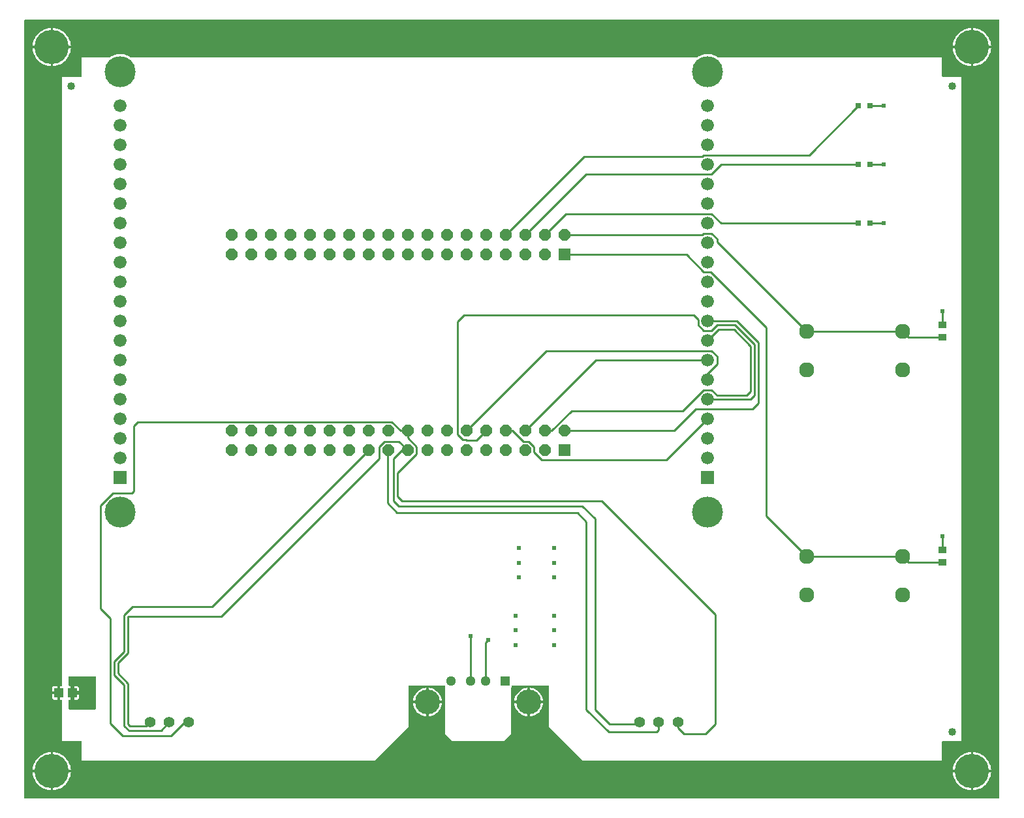
<source format=gbr>
G04 EAGLE Gerber RS-274X export*
G75*
%MOMM*%
%FSLAX34Y34*%
%LPD*%
%INTop Copper*%
%IPPOS*%
%AMOC8*
5,1,8,0,0,1.08239X$1,22.5*%
G01*
%ADD10R,1.288000X1.288000*%
%ADD11C,1.288000*%
%ADD12C,3.220000*%
%ADD13R,0.800000X0.800000*%
%ADD14C,1.400000*%
%ADD15C,1.960000*%
%ADD16R,1.031241X0.949959*%
%ADD17R,1.524000X1.524000*%
%ADD18P,1.649562X8X202.500000*%
%ADD19R,1.676400X1.676400*%
%ADD20C,1.676400*%
%ADD21C,4.016000*%
%ADD22C,4.445000*%
%ADD23C,1.016000*%
%ADD24R,1.143000X1.270000*%
%ADD25C,0.609600*%
%ADD26C,0.254000*%

G36*
X1267456Y1012718D02*
X1267456Y1012718D01*
X1267458Y1012737D01*
X1267436Y1012839D01*
X1267420Y1012941D01*
X1267410Y1012958D01*
X1267406Y1012978D01*
X1267353Y1013067D01*
X1267304Y1013158D01*
X1267290Y1013172D01*
X1267280Y1013189D01*
X1267201Y1013256D01*
X1267126Y1013328D01*
X1267108Y1013336D01*
X1267093Y1013349D01*
X1266997Y1013388D01*
X1266903Y1013431D01*
X1266883Y1013433D01*
X1266865Y1013441D01*
X1266698Y1013459D01*
X3302Y1013459D01*
X3282Y1013456D01*
X3263Y1013458D01*
X3161Y1013436D01*
X3059Y1013420D01*
X3042Y1013410D01*
X3022Y1013406D01*
X2933Y1013353D01*
X2842Y1013304D01*
X2828Y1013290D01*
X2811Y1013280D01*
X2744Y1013201D01*
X2672Y1013126D01*
X2664Y1013108D01*
X2651Y1013093D01*
X2612Y1012997D01*
X2569Y1012903D01*
X2567Y1012883D01*
X2559Y1012865D01*
X2541Y1012698D01*
X2541Y3302D01*
X2544Y3282D01*
X2542Y3263D01*
X2564Y3161D01*
X2580Y3059D01*
X2590Y3042D01*
X2594Y3022D01*
X2647Y2933D01*
X2696Y2842D01*
X2710Y2828D01*
X2720Y2811D01*
X2799Y2744D01*
X2874Y2672D01*
X2892Y2664D01*
X2907Y2651D01*
X3003Y2612D01*
X3097Y2569D01*
X3117Y2567D01*
X3135Y2559D01*
X3302Y2541D01*
X1266698Y2541D01*
X1266718Y2544D01*
X1266737Y2542D01*
X1266839Y2564D01*
X1266941Y2580D01*
X1266958Y2590D01*
X1266978Y2594D01*
X1267067Y2647D01*
X1267158Y2696D01*
X1267172Y2710D01*
X1267189Y2720D01*
X1267256Y2799D01*
X1267328Y2874D01*
X1267336Y2892D01*
X1267349Y2907D01*
X1267388Y3003D01*
X1267431Y3097D01*
X1267433Y3117D01*
X1267441Y3135D01*
X1267459Y3302D01*
X1267459Y1012698D01*
X1267456Y1012718D01*
G37*
%LPC*%
G36*
X76200Y939039D02*
X76200Y939039D01*
X76220Y939042D01*
X76239Y939040D01*
X76341Y939062D01*
X76443Y939079D01*
X76460Y939088D01*
X76480Y939092D01*
X76569Y939145D01*
X76660Y939194D01*
X76674Y939208D01*
X76691Y939218D01*
X76758Y939297D01*
X76830Y939372D01*
X76838Y939390D01*
X76851Y939405D01*
X76890Y939501D01*
X76933Y939595D01*
X76935Y939615D01*
X76943Y939633D01*
X76961Y939800D01*
X76961Y964439D01*
X112983Y964439D01*
X113073Y964454D01*
X113164Y964461D01*
X113194Y964473D01*
X113226Y964479D01*
X113306Y964521D01*
X113390Y964557D01*
X113422Y964583D01*
X113443Y964594D01*
X113465Y964617D01*
X113521Y964662D01*
X114186Y965327D01*
X122500Y968771D01*
X131500Y968771D01*
X139814Y965327D01*
X140479Y964662D01*
X140553Y964609D01*
X140622Y964549D01*
X140652Y964537D01*
X140679Y964518D01*
X140766Y964491D01*
X140850Y964457D01*
X140891Y964453D01*
X140914Y964446D01*
X140946Y964447D01*
X141017Y964439D01*
X874983Y964439D01*
X875073Y964454D01*
X875164Y964461D01*
X875194Y964473D01*
X875226Y964479D01*
X875306Y964521D01*
X875390Y964557D01*
X875422Y964583D01*
X875443Y964594D01*
X875465Y964617D01*
X875521Y964662D01*
X876186Y965327D01*
X884500Y968771D01*
X893500Y968771D01*
X901814Y965327D01*
X902479Y964662D01*
X902553Y964609D01*
X902622Y964549D01*
X902652Y964537D01*
X902679Y964518D01*
X902766Y964491D01*
X902850Y964457D01*
X902891Y964453D01*
X902914Y964446D01*
X902946Y964447D01*
X903017Y964439D01*
X1193039Y964439D01*
X1193039Y939800D01*
X1193042Y939780D01*
X1193040Y939761D01*
X1193062Y939659D01*
X1193079Y939557D01*
X1193088Y939540D01*
X1193092Y939520D01*
X1193145Y939431D01*
X1193194Y939340D01*
X1193208Y939326D01*
X1193218Y939309D01*
X1193297Y939242D01*
X1193372Y939171D01*
X1193390Y939162D01*
X1193405Y939149D01*
X1193501Y939110D01*
X1193595Y939067D01*
X1193615Y939065D01*
X1193633Y939057D01*
X1193800Y939039D01*
X1218439Y939039D01*
X1218439Y76961D01*
X1193800Y76961D01*
X1193780Y76958D01*
X1193761Y76960D01*
X1193659Y76938D01*
X1193557Y76922D01*
X1193540Y76912D01*
X1193520Y76908D01*
X1193431Y76855D01*
X1193340Y76806D01*
X1193326Y76792D01*
X1193309Y76782D01*
X1193242Y76703D01*
X1193171Y76628D01*
X1193162Y76610D01*
X1193149Y76595D01*
X1193110Y76499D01*
X1193067Y76405D01*
X1193065Y76385D01*
X1193057Y76367D01*
X1193039Y76200D01*
X1193039Y51561D01*
X726755Y51561D01*
X682751Y95565D01*
X682751Y148590D01*
X682748Y148610D01*
X682750Y148629D01*
X682728Y148731D01*
X682712Y148833D01*
X682702Y148850D01*
X682698Y148870D01*
X682645Y148959D01*
X682596Y149050D01*
X682582Y149064D01*
X682572Y149081D01*
X682493Y149148D01*
X682418Y149220D01*
X682400Y149228D01*
X682385Y149241D01*
X682289Y149280D01*
X682195Y149323D01*
X682175Y149325D01*
X682157Y149333D01*
X681990Y149351D01*
X635852Y149351D01*
X635832Y149348D01*
X635813Y149350D01*
X635711Y149328D01*
X635609Y149312D01*
X635592Y149302D01*
X635572Y149298D01*
X635483Y149245D01*
X635392Y149196D01*
X635378Y149182D01*
X635361Y149172D01*
X635294Y149093D01*
X635222Y149018D01*
X635214Y149000D01*
X635201Y148985D01*
X635162Y148889D01*
X635119Y148795D01*
X635117Y148775D01*
X635109Y148757D01*
X635091Y148590D01*
X635091Y147448D01*
X634462Y146819D01*
X634409Y146745D01*
X634349Y146675D01*
X634337Y146645D01*
X634318Y146619D01*
X634291Y146532D01*
X634257Y146447D01*
X634253Y146406D01*
X634246Y146384D01*
X634247Y146352D01*
X634239Y146280D01*
X634239Y86675D01*
X624525Y76961D01*
X557845Y76961D01*
X548131Y86675D01*
X548131Y148590D01*
X548128Y148610D01*
X548130Y148629D01*
X548108Y148731D01*
X548092Y148833D01*
X548082Y148850D01*
X548078Y148870D01*
X548025Y148959D01*
X547976Y149050D01*
X547962Y149064D01*
X547952Y149081D01*
X547873Y149148D01*
X547798Y149220D01*
X547780Y149228D01*
X547765Y149241D01*
X547669Y149280D01*
X547575Y149323D01*
X547555Y149325D01*
X547537Y149333D01*
X547370Y149351D01*
X501650Y149351D01*
X501630Y149348D01*
X501611Y149350D01*
X501509Y149328D01*
X501407Y149312D01*
X501390Y149302D01*
X501370Y149298D01*
X501281Y149245D01*
X501190Y149196D01*
X501176Y149182D01*
X501159Y149172D01*
X501092Y149093D01*
X501021Y149018D01*
X501012Y149000D01*
X500999Y148985D01*
X500960Y148889D01*
X500917Y148795D01*
X500915Y148775D01*
X500907Y148757D01*
X500889Y148590D01*
X500889Y95565D01*
X456885Y51561D01*
X76961Y51561D01*
X76961Y76200D01*
X76958Y76220D01*
X76960Y76239D01*
X76938Y76341D01*
X76922Y76443D01*
X76912Y76460D01*
X76908Y76480D01*
X76855Y76569D01*
X76806Y76660D01*
X76792Y76674D01*
X76782Y76691D01*
X76703Y76758D01*
X76628Y76830D01*
X76610Y76838D01*
X76595Y76851D01*
X76499Y76890D01*
X76405Y76933D01*
X76385Y76935D01*
X76367Y76943D01*
X76200Y76961D01*
X51561Y76961D01*
X51561Y130048D01*
X51558Y130068D01*
X51560Y130087D01*
X51538Y130189D01*
X51522Y130291D01*
X51512Y130308D01*
X51508Y130328D01*
X51455Y130417D01*
X51406Y130508D01*
X51392Y130522D01*
X51382Y130539D01*
X51303Y130606D01*
X51228Y130678D01*
X51210Y130686D01*
X51195Y130699D01*
X51099Y130738D01*
X51005Y130781D01*
X50985Y130783D01*
X50967Y130791D01*
X50800Y130809D01*
X48513Y130809D01*
X48513Y138938D01*
X48510Y138958D01*
X48512Y138977D01*
X48490Y139079D01*
X48473Y139181D01*
X48464Y139198D01*
X48460Y139218D01*
X48407Y139307D01*
X48358Y139398D01*
X48344Y139412D01*
X48334Y139429D01*
X48255Y139496D01*
X48180Y139567D01*
X48162Y139576D01*
X48147Y139589D01*
X48051Y139628D01*
X47957Y139671D01*
X47937Y139673D01*
X47919Y139681D01*
X47752Y139699D01*
X46989Y139699D01*
X46989Y139701D01*
X47752Y139701D01*
X47772Y139704D01*
X47791Y139702D01*
X47893Y139724D01*
X47995Y139741D01*
X48012Y139750D01*
X48032Y139754D01*
X48121Y139807D01*
X48212Y139856D01*
X48226Y139870D01*
X48243Y139880D01*
X48310Y139959D01*
X48381Y140034D01*
X48390Y140052D01*
X48403Y140067D01*
X48442Y140163D01*
X48485Y140257D01*
X48487Y140277D01*
X48495Y140295D01*
X48513Y140462D01*
X48513Y148591D01*
X50800Y148591D01*
X50820Y148594D01*
X50839Y148592D01*
X50941Y148614D01*
X51043Y148630D01*
X51060Y148640D01*
X51080Y148644D01*
X51169Y148697D01*
X51260Y148746D01*
X51274Y148760D01*
X51291Y148770D01*
X51358Y148849D01*
X51430Y148924D01*
X51438Y148942D01*
X51451Y148957D01*
X51490Y149053D01*
X51533Y149147D01*
X51535Y149167D01*
X51543Y149185D01*
X51561Y149352D01*
X51561Y939039D01*
X76200Y939039D01*
G37*
%LPD*%
G36*
X94098Y118126D02*
X94098Y118126D01*
X94217Y118133D01*
X94255Y118146D01*
X94296Y118151D01*
X94406Y118194D01*
X94519Y118231D01*
X94554Y118253D01*
X94591Y118268D01*
X94687Y118338D01*
X94788Y118401D01*
X94816Y118431D01*
X94849Y118454D01*
X94925Y118546D01*
X95006Y118633D01*
X95026Y118668D01*
X95051Y118699D01*
X95102Y118807D01*
X95160Y118911D01*
X95170Y118951D01*
X95187Y118987D01*
X95209Y119104D01*
X95239Y119219D01*
X95243Y119280D01*
X95247Y119300D01*
X95245Y119320D01*
X95249Y119380D01*
X95249Y160020D01*
X95234Y160138D01*
X95227Y160257D01*
X95214Y160295D01*
X95209Y160336D01*
X95166Y160446D01*
X95129Y160559D01*
X95107Y160594D01*
X95092Y160631D01*
X95023Y160727D01*
X94959Y160828D01*
X94929Y160856D01*
X94906Y160889D01*
X94814Y160965D01*
X94727Y161046D01*
X94692Y161066D01*
X94661Y161091D01*
X94553Y161142D01*
X94449Y161200D01*
X94409Y161210D01*
X94373Y161227D01*
X94256Y161249D01*
X94141Y161279D01*
X94081Y161283D01*
X94061Y161287D01*
X94040Y161285D01*
X93980Y161289D01*
X60960Y161289D01*
X60842Y161274D01*
X60723Y161267D01*
X60685Y161254D01*
X60644Y161249D01*
X60534Y161206D01*
X60421Y161169D01*
X60386Y161147D01*
X60349Y161132D01*
X60253Y161063D01*
X60152Y160999D01*
X60124Y160969D01*
X60091Y160946D01*
X60016Y160854D01*
X59934Y160767D01*
X59914Y160732D01*
X59889Y160701D01*
X59838Y160593D01*
X59780Y160489D01*
X59770Y160449D01*
X59753Y160413D01*
X59731Y160296D01*
X59701Y160181D01*
X59697Y160121D01*
X59693Y160101D01*
X59694Y160082D01*
X59693Y160076D01*
X59694Y160068D01*
X59691Y160020D01*
X59691Y149860D01*
X59706Y149742D01*
X59713Y149623D01*
X59726Y149585D01*
X59731Y149544D01*
X59774Y149434D01*
X59811Y149321D01*
X59833Y149286D01*
X59848Y149249D01*
X59918Y149153D01*
X59981Y149052D01*
X60011Y149024D01*
X60034Y148991D01*
X60126Y148915D01*
X60213Y148834D01*
X60248Y148814D01*
X60279Y148789D01*
X60387Y148738D01*
X60491Y148680D01*
X60531Y148670D01*
X60567Y148653D01*
X60684Y148631D01*
X60799Y148601D01*
X60860Y148597D01*
X60880Y148593D01*
X60900Y148595D01*
X60960Y148591D01*
X62231Y148591D01*
X62231Y140970D01*
X62246Y140852D01*
X62253Y140733D01*
X62266Y140695D01*
X62271Y140655D01*
X62314Y140544D01*
X62351Y140431D01*
X62373Y140396D01*
X62388Y140359D01*
X62458Y140263D01*
X62521Y140162D01*
X62551Y140134D01*
X62575Y140102D01*
X62666Y140026D01*
X62753Y139944D01*
X62788Y139925D01*
X62819Y139899D01*
X62927Y139848D01*
X63031Y139791D01*
X63071Y139780D01*
X63107Y139763D01*
X63224Y139741D01*
X63339Y139711D01*
X63400Y139707D01*
X63420Y139703D01*
X63440Y139705D01*
X63500Y139701D01*
X64771Y139701D01*
X64771Y139699D01*
X63500Y139699D01*
X63382Y139684D01*
X63263Y139677D01*
X63225Y139664D01*
X63185Y139659D01*
X63074Y139615D01*
X62961Y139579D01*
X62926Y139557D01*
X62889Y139542D01*
X62793Y139472D01*
X62692Y139409D01*
X62664Y139379D01*
X62631Y139355D01*
X62556Y139264D01*
X62474Y139177D01*
X62454Y139142D01*
X62429Y139110D01*
X62378Y139003D01*
X62320Y138899D01*
X62310Y138859D01*
X62293Y138823D01*
X62271Y138706D01*
X62241Y138591D01*
X62237Y138530D01*
X62233Y138510D01*
X62234Y138502D01*
X62233Y138499D01*
X62234Y138485D01*
X62231Y138430D01*
X62231Y130809D01*
X60960Y130809D01*
X60842Y130794D01*
X60723Y130787D01*
X60685Y130774D01*
X60644Y130769D01*
X60534Y130726D01*
X60421Y130689D01*
X60386Y130667D01*
X60349Y130652D01*
X60253Y130583D01*
X60152Y130519D01*
X60124Y130489D01*
X60091Y130466D01*
X60016Y130374D01*
X59934Y130287D01*
X59914Y130252D01*
X59889Y130221D01*
X59838Y130113D01*
X59780Y130009D01*
X59770Y129969D01*
X59753Y129933D01*
X59731Y129816D01*
X59701Y129701D01*
X59697Y129641D01*
X59693Y129621D01*
X59694Y129616D01*
X59693Y129614D01*
X59694Y129597D01*
X59691Y129540D01*
X59691Y119380D01*
X59706Y119262D01*
X59713Y119143D01*
X59726Y119105D01*
X59731Y119064D01*
X59774Y118954D01*
X59811Y118841D01*
X59833Y118806D01*
X59848Y118769D01*
X59918Y118673D01*
X59981Y118572D01*
X60011Y118544D01*
X60034Y118511D01*
X60126Y118436D01*
X60213Y118354D01*
X60248Y118334D01*
X60279Y118309D01*
X60387Y118258D01*
X60491Y118200D01*
X60531Y118190D01*
X60567Y118173D01*
X60684Y118151D01*
X60799Y118121D01*
X60860Y118117D01*
X60880Y118113D01*
X60900Y118115D01*
X60960Y118111D01*
X93980Y118111D01*
X94098Y118126D01*
G37*
%LPC*%
G36*
X1233423Y979423D02*
X1233423Y979423D01*
X1233423Y1002651D01*
X1236055Y1002354D01*
X1237302Y1002070D01*
X1238767Y1001735D01*
X1241392Y1000817D01*
X1243899Y999610D01*
X1246254Y998130D01*
X1248429Y996396D01*
X1250396Y994429D01*
X1252130Y992254D01*
X1253610Y989899D01*
X1254817Y987392D01*
X1255735Y984767D01*
X1256354Y982055D01*
X1256651Y979423D01*
X1233423Y979423D01*
G37*
%LPD*%
%LPC*%
G36*
X39623Y979423D02*
X39623Y979423D01*
X39623Y1002651D01*
X42255Y1002354D01*
X43502Y1002070D01*
X44967Y1001735D01*
X47592Y1000817D01*
X50099Y999610D01*
X52454Y998130D01*
X54629Y996396D01*
X56596Y994429D01*
X58330Y992254D01*
X59810Y989899D01*
X61017Y987392D01*
X61935Y984767D01*
X62554Y982055D01*
X62851Y979423D01*
X39623Y979423D01*
G37*
%LPD*%
%LPC*%
G36*
X39623Y39623D02*
X39623Y39623D01*
X39623Y62851D01*
X42255Y62554D01*
X44961Y61937D01*
X44967Y61935D01*
X47592Y61017D01*
X50099Y59810D01*
X52454Y58330D01*
X54629Y56596D01*
X56596Y54629D01*
X58330Y52454D01*
X59810Y50099D01*
X61017Y47592D01*
X61935Y44967D01*
X62554Y42255D01*
X62851Y39623D01*
X39623Y39623D01*
G37*
%LPD*%
%LPC*%
G36*
X1233423Y39623D02*
X1233423Y39623D01*
X1233423Y62851D01*
X1236055Y62554D01*
X1238761Y61937D01*
X1238767Y61935D01*
X1241392Y61017D01*
X1243899Y59810D01*
X1246254Y58330D01*
X1248429Y56596D01*
X1250396Y54629D01*
X1252130Y52454D01*
X1253610Y50099D01*
X1254817Y47592D01*
X1255735Y44967D01*
X1256354Y42255D01*
X1256651Y39623D01*
X1233423Y39623D01*
G37*
%LPD*%
%LPC*%
G36*
X1233423Y976377D02*
X1233423Y976377D01*
X1256651Y976377D01*
X1256354Y973745D01*
X1255735Y971033D01*
X1254817Y968408D01*
X1253610Y965901D01*
X1252130Y963546D01*
X1250396Y961371D01*
X1248429Y959404D01*
X1246254Y957670D01*
X1243899Y956190D01*
X1241392Y954983D01*
X1238767Y954065D01*
X1236055Y953446D01*
X1233423Y953149D01*
X1233423Y976377D01*
G37*
%LPD*%
%LPC*%
G36*
X1233423Y36577D02*
X1233423Y36577D01*
X1256651Y36577D01*
X1256354Y33945D01*
X1255735Y31233D01*
X1254817Y28608D01*
X1253610Y26101D01*
X1252130Y23746D01*
X1250396Y21571D01*
X1248429Y19604D01*
X1246254Y17870D01*
X1243899Y16390D01*
X1241392Y15183D01*
X1238767Y14265D01*
X1236055Y13646D01*
X1233423Y13349D01*
X1233423Y36577D01*
G37*
%LPD*%
%LPC*%
G36*
X39623Y976377D02*
X39623Y976377D01*
X62851Y976377D01*
X62554Y973745D01*
X61935Y971033D01*
X61017Y968408D01*
X59810Y965901D01*
X58330Y963546D01*
X56596Y961371D01*
X54629Y959404D01*
X52454Y957670D01*
X50099Y956190D01*
X47592Y954983D01*
X44967Y954065D01*
X42255Y953446D01*
X39623Y953149D01*
X39623Y976377D01*
G37*
%LPD*%
%LPC*%
G36*
X39623Y36577D02*
X39623Y36577D01*
X62851Y36577D01*
X62554Y33945D01*
X61935Y31233D01*
X61017Y28608D01*
X59810Y26101D01*
X58330Y23746D01*
X56596Y21571D01*
X54629Y19604D01*
X52454Y17870D01*
X50099Y16390D01*
X47592Y15183D01*
X44967Y14265D01*
X42255Y13646D01*
X39623Y13349D01*
X39623Y36577D01*
G37*
%LPD*%
%LPC*%
G36*
X1207149Y979423D02*
X1207149Y979423D01*
X1207446Y982055D01*
X1208065Y984767D01*
X1208983Y987392D01*
X1210190Y989899D01*
X1211670Y992254D01*
X1213404Y994429D01*
X1215371Y996396D01*
X1217546Y998130D01*
X1219901Y999610D01*
X1222408Y1000817D01*
X1225033Y1001735D01*
X1227745Y1002354D01*
X1230377Y1002651D01*
X1230377Y979423D01*
X1207149Y979423D01*
G37*
%LPD*%
%LPC*%
G36*
X13349Y979423D02*
X13349Y979423D01*
X13646Y982055D01*
X14265Y984767D01*
X15183Y987392D01*
X16390Y989899D01*
X17870Y992254D01*
X19604Y994429D01*
X21571Y996396D01*
X23746Y998130D01*
X26101Y999610D01*
X28608Y1000817D01*
X31233Y1001735D01*
X33945Y1002354D01*
X36577Y1002651D01*
X36577Y979423D01*
X13349Y979423D01*
G37*
%LPD*%
%LPC*%
G36*
X1207149Y39623D02*
X1207149Y39623D01*
X1207446Y42255D01*
X1208065Y44967D01*
X1208983Y47592D01*
X1210190Y50099D01*
X1211670Y52454D01*
X1213404Y54629D01*
X1215371Y56596D01*
X1217546Y58330D01*
X1219901Y59810D01*
X1222408Y61017D01*
X1225033Y61935D01*
X1227745Y62554D01*
X1230377Y62851D01*
X1230377Y39623D01*
X1207149Y39623D01*
G37*
%LPD*%
%LPC*%
G36*
X13349Y39623D02*
X13349Y39623D01*
X13646Y42255D01*
X14265Y44967D01*
X15183Y47592D01*
X16390Y50099D01*
X17870Y52454D01*
X19604Y54629D01*
X21571Y56596D01*
X23746Y58330D01*
X26101Y59810D01*
X28608Y61017D01*
X31233Y61935D01*
X33945Y62554D01*
X36577Y62851D01*
X36577Y39623D01*
X13349Y39623D01*
G37*
%LPD*%
%LPC*%
G36*
X33945Y953446D02*
X33945Y953446D01*
X31233Y954065D01*
X28608Y954983D01*
X26101Y956190D01*
X23746Y957670D01*
X21571Y959404D01*
X19604Y961371D01*
X17870Y963546D01*
X16390Y965901D01*
X15183Y968408D01*
X14265Y971033D01*
X13646Y973745D01*
X13349Y976377D01*
X36577Y976377D01*
X36577Y953149D01*
X33945Y953446D01*
G37*
%LPD*%
%LPC*%
G36*
X1227745Y953446D02*
X1227745Y953446D01*
X1225033Y954065D01*
X1222408Y954983D01*
X1219901Y956190D01*
X1217546Y957670D01*
X1215371Y959404D01*
X1213404Y961371D01*
X1211670Y963546D01*
X1210190Y965901D01*
X1208983Y968408D01*
X1208065Y971033D01*
X1207446Y973745D01*
X1207149Y976377D01*
X1230377Y976377D01*
X1230377Y953149D01*
X1227745Y953446D01*
G37*
%LPD*%
%LPC*%
G36*
X1227745Y13646D02*
X1227745Y13646D01*
X1226451Y13941D01*
X1225033Y14265D01*
X1222408Y15183D01*
X1219901Y16390D01*
X1217546Y17870D01*
X1215371Y19604D01*
X1213404Y21571D01*
X1211670Y23746D01*
X1210190Y26101D01*
X1208983Y28608D01*
X1208065Y31233D01*
X1207446Y33945D01*
X1207149Y36577D01*
X1230377Y36577D01*
X1230377Y13349D01*
X1227745Y13646D01*
G37*
%LPD*%
%LPC*%
G36*
X33945Y13646D02*
X33945Y13646D01*
X32651Y13941D01*
X31233Y14265D01*
X28608Y15183D01*
X26101Y16390D01*
X23746Y17870D01*
X21571Y19604D01*
X19604Y21571D01*
X17870Y23746D01*
X16390Y26101D01*
X15183Y28608D01*
X14265Y31233D01*
X13646Y33945D01*
X13349Y36577D01*
X36577Y36577D01*
X36577Y13349D01*
X33945Y13646D01*
G37*
%LPD*%
%LPC*%
G36*
X658333Y129363D02*
X658333Y129363D01*
X658333Y146441D01*
X660455Y146162D01*
X662815Y145529D01*
X665072Y144594D01*
X667188Y143372D01*
X669127Y141885D01*
X670855Y140157D01*
X672342Y138218D01*
X673564Y136102D01*
X674499Y133845D01*
X675132Y131485D01*
X675411Y129363D01*
X658333Y129363D01*
G37*
%LPD*%
%LPC*%
G36*
X526933Y129363D02*
X526933Y129363D01*
X526933Y146441D01*
X529055Y146162D01*
X531415Y145529D01*
X533672Y144594D01*
X535788Y143372D01*
X537727Y141885D01*
X539455Y140157D01*
X540942Y138218D01*
X542164Y136102D01*
X543099Y133845D01*
X543732Y131485D01*
X544011Y129363D01*
X526933Y129363D01*
G37*
%LPD*%
%LPC*%
G36*
X506809Y129363D02*
X506809Y129363D01*
X507088Y131485D01*
X507721Y133845D01*
X508656Y136102D01*
X509878Y138218D01*
X511365Y140157D01*
X513093Y141885D01*
X515032Y143372D01*
X517148Y144594D01*
X519405Y145529D01*
X521765Y146162D01*
X523887Y146441D01*
X523887Y129363D01*
X506809Y129363D01*
G37*
%LPD*%
%LPC*%
G36*
X638209Y129363D02*
X638209Y129363D01*
X638488Y131485D01*
X639121Y133845D01*
X640056Y136102D01*
X641278Y138218D01*
X642765Y140157D01*
X644493Y141885D01*
X646432Y143372D01*
X648548Y144594D01*
X650805Y145529D01*
X653165Y146162D01*
X655287Y146441D01*
X655287Y129363D01*
X638209Y129363D01*
G37*
%LPD*%
%LPC*%
G36*
X658333Y126317D02*
X658333Y126317D01*
X675411Y126317D01*
X675132Y124195D01*
X674499Y121835D01*
X673564Y119578D01*
X672342Y117462D01*
X670855Y115523D01*
X669127Y113795D01*
X667188Y112308D01*
X665072Y111086D01*
X662815Y110151D01*
X660455Y109518D01*
X658333Y109239D01*
X658333Y126317D01*
G37*
%LPD*%
%LPC*%
G36*
X526933Y126317D02*
X526933Y126317D01*
X544011Y126317D01*
X543732Y124195D01*
X543099Y121835D01*
X542164Y119578D01*
X540942Y117462D01*
X539455Y115523D01*
X537727Y113795D01*
X535788Y112308D01*
X533672Y111086D01*
X531415Y110151D01*
X529055Y109518D01*
X526933Y109239D01*
X526933Y126317D01*
G37*
%LPD*%
%LPC*%
G36*
X653165Y109518D02*
X653165Y109518D01*
X650805Y110151D01*
X648548Y111086D01*
X646432Y112308D01*
X644493Y113795D01*
X642765Y115523D01*
X641278Y117462D01*
X640056Y119578D01*
X639121Y121835D01*
X638488Y124195D01*
X638209Y126317D01*
X655287Y126317D01*
X655287Y109239D01*
X653165Y109518D01*
G37*
%LPD*%
%LPC*%
G36*
X521765Y109518D02*
X521765Y109518D01*
X519405Y110151D01*
X517148Y111086D01*
X515032Y112308D01*
X513093Y113795D01*
X511365Y115523D01*
X509878Y117462D01*
X508656Y119578D01*
X507721Y121835D01*
X507088Y124195D01*
X506809Y126317D01*
X523887Y126317D01*
X523887Y109239D01*
X521765Y109518D01*
G37*
%LPD*%
%LPC*%
G36*
X38734Y141223D02*
X38734Y141223D01*
X38734Y146384D01*
X38907Y147031D01*
X39242Y147610D01*
X39715Y148083D01*
X40294Y148418D01*
X40941Y148591D01*
X45467Y148591D01*
X45467Y141223D01*
X38734Y141223D01*
G37*
%LPD*%
%LPC*%
G36*
X40941Y130809D02*
X40941Y130809D01*
X40294Y130982D01*
X39715Y131317D01*
X39242Y131790D01*
X38907Y132369D01*
X38734Y133016D01*
X38734Y138177D01*
X45467Y138177D01*
X45467Y130809D01*
X40941Y130809D01*
G37*
%LPD*%
%LPC*%
G36*
X67309Y142239D02*
X67309Y142239D01*
X67309Y148591D01*
X70819Y148591D01*
X71466Y148418D01*
X72045Y148083D01*
X72518Y147610D01*
X72853Y147031D01*
X73026Y146384D01*
X73026Y142239D01*
X67309Y142239D01*
G37*
%LPD*%
%LPC*%
G36*
X67309Y130809D02*
X67309Y130809D01*
X67309Y137161D01*
X73026Y137161D01*
X73026Y133016D01*
X72853Y132369D01*
X72518Y131790D01*
X72045Y131317D01*
X71466Y130982D01*
X70819Y130809D01*
X67309Y130809D01*
G37*
%LPD*%
%LPC*%
G36*
X1231899Y38099D02*
X1231899Y38099D01*
X1231899Y38101D01*
X1231901Y38101D01*
X1231901Y38099D01*
X1231899Y38099D01*
G37*
%LPD*%
%LPC*%
G36*
X38099Y38099D02*
X38099Y38099D01*
X38099Y38101D01*
X38101Y38101D01*
X38101Y38099D01*
X38099Y38099D01*
G37*
%LPD*%
%LPC*%
G36*
X38099Y977899D02*
X38099Y977899D01*
X38099Y977901D01*
X38101Y977901D01*
X38101Y977899D01*
X38099Y977899D01*
G37*
%LPD*%
%LPC*%
G36*
X656809Y127839D02*
X656809Y127839D01*
X656809Y127841D01*
X656811Y127841D01*
X656811Y127839D01*
X656809Y127839D01*
G37*
%LPD*%
%LPC*%
G36*
X1231899Y977899D02*
X1231899Y977899D01*
X1231899Y977901D01*
X1231901Y977901D01*
X1231901Y977899D01*
X1231899Y977899D01*
G37*
%LPD*%
%LPC*%
G36*
X525409Y127839D02*
X525409Y127839D01*
X525409Y127841D01*
X525411Y127841D01*
X525411Y127839D01*
X525409Y127839D01*
G37*
%LPD*%
D10*
X626110Y154940D03*
D11*
X601110Y154940D03*
X581110Y154940D03*
X556110Y154940D03*
D12*
X656810Y127840D03*
X525410Y127840D03*
D13*
X1084700Y901700D03*
X1099700Y901700D03*
D14*
X800500Y101600D03*
X825500Y101600D03*
X850500Y101600D03*
D15*
X1142000Y609200D03*
X1142000Y559200D03*
X1017000Y559200D03*
X1017000Y609200D03*
D16*
X1193800Y601599D03*
X1193800Y617601D03*
D13*
X1084700Y825500D03*
X1099700Y825500D03*
X1084700Y749300D03*
X1099700Y749300D03*
D15*
X1142000Y317100D03*
X1142000Y267100D03*
X1017000Y267100D03*
X1017000Y317100D03*
D16*
X1193800Y309499D03*
X1193800Y325501D03*
D14*
X165500Y101600D03*
X190500Y101600D03*
X215500Y101600D03*
D17*
X702900Y454400D03*
D18*
X702900Y479800D03*
X677500Y454400D03*
X677500Y479800D03*
X652100Y454400D03*
X652100Y479800D03*
X626700Y454400D03*
X626700Y479800D03*
X601300Y454400D03*
X601300Y479800D03*
X575900Y454400D03*
X575900Y479800D03*
X550500Y454400D03*
X550500Y479800D03*
X525100Y454400D03*
X525100Y479800D03*
X499700Y454400D03*
X499700Y479800D03*
X474300Y454400D03*
X474300Y479800D03*
X448900Y454400D03*
X448900Y479800D03*
X423500Y454400D03*
X423500Y479800D03*
X398100Y454400D03*
X398100Y479800D03*
X372700Y454400D03*
X372700Y479800D03*
X347300Y454400D03*
X347300Y479800D03*
X321900Y454400D03*
X321900Y479800D03*
X296500Y454400D03*
X296500Y479800D03*
X271100Y454400D03*
X271100Y479800D03*
D17*
X702900Y708400D03*
D18*
X702900Y733800D03*
X677500Y708400D03*
X677500Y733800D03*
X652100Y708400D03*
X652100Y733800D03*
X626700Y708400D03*
X626700Y733800D03*
X601300Y708400D03*
X601300Y733800D03*
X575900Y708400D03*
X575900Y733800D03*
X550500Y708400D03*
X550500Y733800D03*
X525100Y708400D03*
X525100Y733800D03*
X499700Y708400D03*
X499700Y733800D03*
X474300Y708400D03*
X474300Y733800D03*
X448900Y708400D03*
X448900Y733800D03*
X423500Y708400D03*
X423500Y733800D03*
X398100Y708400D03*
X398100Y733800D03*
X372700Y708400D03*
X372700Y733800D03*
X347300Y708400D03*
X347300Y733800D03*
X321900Y708400D03*
X321900Y733800D03*
X296500Y708400D03*
X296500Y733800D03*
X271100Y708400D03*
X271100Y733800D03*
D19*
X127000Y419100D03*
D20*
X127000Y444500D03*
X127000Y469900D03*
X127000Y495300D03*
X127000Y520700D03*
X127000Y546100D03*
X127000Y571500D03*
X127000Y596900D03*
X127000Y622300D03*
X127000Y647700D03*
X127000Y673100D03*
X127000Y698500D03*
X127000Y723900D03*
X127000Y749300D03*
X127000Y774700D03*
X127000Y800100D03*
X127000Y825500D03*
X127000Y850900D03*
X127000Y876300D03*
X127000Y901700D03*
D19*
X889000Y419100D03*
D20*
X889000Y444500D03*
X889000Y469900D03*
X889000Y495300D03*
X889000Y520700D03*
X889000Y546100D03*
X889000Y571500D03*
X889000Y596900D03*
X889000Y622300D03*
X889000Y647700D03*
X889000Y673100D03*
X889000Y698500D03*
X889000Y723900D03*
X889000Y749300D03*
X889000Y774700D03*
X889000Y800100D03*
X889000Y825500D03*
X889000Y850900D03*
X889000Y876300D03*
X889000Y901700D03*
D21*
X889000Y374650D03*
X889000Y946150D03*
X127000Y374650D03*
X127000Y946150D03*
D22*
X38100Y977900D03*
X1231900Y38100D03*
X38100Y38100D03*
X1231900Y977900D03*
D23*
X1206500Y88900D03*
X63500Y927100D03*
X1206500Y927100D03*
D24*
X46990Y139700D03*
X64770Y139700D03*
D25*
X83820Y129540D03*
X83820Y149860D03*
D26*
X1099700Y901700D02*
X1117600Y901700D01*
D25*
X1117600Y901700D03*
D26*
X1117600Y825500D02*
X1099700Y825500D01*
D25*
X1117600Y825500D03*
D26*
X1117600Y749300D02*
X1099700Y749300D01*
D25*
X1117600Y749300D03*
X643890Y327660D03*
D26*
X1149601Y601599D02*
X1193800Y601599D01*
X1149601Y601599D02*
X1142000Y609200D01*
X1017000Y609200D01*
X901192Y725008D01*
X901192Y728950D01*
X894050Y736092D01*
X883950Y736092D01*
X881658Y733800D01*
X702900Y733800D01*
X1149601Y309499D02*
X1193800Y309499D01*
X1149601Y309499D02*
X1142000Y317100D01*
X1017000Y317100D01*
X965200Y368900D01*
X861858Y708400D02*
X702900Y708400D01*
X861858Y708400D02*
X883950Y686308D01*
X893034Y686308D02*
X965200Y614142D01*
X893034Y686308D02*
X883950Y686308D01*
X965200Y614142D02*
X965200Y368900D01*
X1193800Y342900D02*
X1193800Y325501D01*
D25*
X1193800Y342900D03*
D26*
X1193800Y617601D02*
X1193800Y635000D01*
D25*
X1193800Y635000D03*
D26*
X511130Y459135D02*
X511130Y449666D01*
X499700Y470565D02*
X499700Y479800D01*
X499700Y470565D02*
X511130Y459135D01*
X511130Y449666D02*
X486410Y424946D01*
X486410Y394970D01*
X492760Y388620D01*
X751840Y388620D01*
X899160Y241300D02*
X899160Y99060D01*
X886460Y86360D01*
X858520Y86360D01*
X850500Y94380D01*
X850500Y101600D01*
X499700Y479800D02*
X490480Y479800D01*
X479050Y491230D01*
X149860Y491230D01*
X129976Y83820D02*
X192604Y83820D01*
X129976Y83820D02*
X114030Y99766D01*
X210384Y101600D02*
X215500Y101600D01*
X210384Y101600D02*
X192604Y83820D01*
X751840Y388620D02*
X899160Y241300D01*
X149860Y491230D02*
X144780Y486150D01*
X142000Y398540D02*
X117104Y398540D01*
X101600Y383036D01*
X144780Y401320D02*
X144780Y486150D01*
X144780Y401320D02*
X142000Y398540D01*
X101600Y383036D02*
X101600Y248920D01*
X114030Y236490D01*
X114030Y99766D01*
X492080Y454400D02*
X499700Y454400D01*
X492080Y454400D02*
X481330Y443650D01*
X481330Y389056D01*
X488116Y382270D01*
X462870Y459135D02*
X469566Y465830D01*
X462870Y459135D02*
X462870Y443490D01*
X258140Y238760D01*
X124190Y178356D02*
X124190Y164844D01*
X137160Y191326D02*
X137160Y238760D01*
X137160Y191326D02*
X124190Y178356D01*
X124190Y164844D02*
X137160Y151874D01*
X165500Y101600D02*
X160420Y96520D01*
X137160Y238760D02*
X258140Y238760D01*
X137160Y151874D02*
X137160Y99060D01*
X139700Y96520D01*
X160420Y96520D01*
X499700Y454400D02*
X488270Y465830D01*
X469566Y465830D01*
X742950Y365760D02*
X742950Y118110D01*
X762000Y99060D01*
X797960Y99060D02*
X800500Y101600D01*
X726440Y382270D02*
X488116Y382270D01*
X726440Y382270D02*
X742950Y365760D01*
X762000Y99060D02*
X797960Y99060D01*
X889000Y622300D02*
X927100Y622300D01*
X955040Y594360D01*
X955040Y515620D01*
X947420Y508000D01*
X873760Y508000D01*
X845560Y479800D02*
X702900Y479800D01*
X845560Y479800D02*
X873760Y508000D01*
X881918Y835660D02*
X883950Y837692D01*
X1020692Y837692D02*
X1084700Y901700D01*
X1020692Y837692D02*
X883950Y837692D01*
X728560Y835660D02*
X626700Y733800D01*
X728560Y835660D02*
X881918Y835660D01*
X906242Y825500D02*
X1084700Y825500D01*
X906242Y825500D02*
X894050Y813308D01*
X731608Y813308D02*
X652100Y733800D01*
X731608Y813308D02*
X894050Y813308D01*
X906242Y749300D02*
X1084700Y749300D01*
X906242Y749300D02*
X894050Y761492D01*
X705192Y761492D01*
X677500Y733800D01*
X825500Y101600D02*
X825500Y91440D01*
X473572Y453672D02*
X474300Y454400D01*
X473572Y453672D02*
X473572Y385820D01*
X822960Y88900D02*
X825500Y91440D01*
X486012Y373380D02*
X473572Y385820D01*
X486012Y373380D02*
X720090Y373380D01*
X731520Y361950D01*
X731520Y118110D01*
X760730Y88900D01*
X822960Y88900D01*
X448900Y454400D02*
X245960Y251460D01*
X132080Y240864D02*
X132080Y193430D01*
X119110Y180460D02*
X119110Y162740D01*
X132080Y149770D01*
X142676Y251460D02*
X245960Y251460D01*
X142676Y251460D02*
X132080Y240864D01*
X132080Y193430D02*
X119110Y180460D01*
X132080Y149770D02*
X132080Y96956D01*
X138246Y90790D01*
X179690Y90790D02*
X190500Y101600D01*
X179690Y90790D02*
X138246Y90790D01*
D25*
X604520Y208280D03*
D26*
X601110Y204870D01*
X601110Y154940D01*
D25*
X581660Y213360D03*
D26*
X581660Y155490D01*
X581110Y154940D01*
X889000Y596900D02*
X903188Y611088D01*
X923508Y611088D01*
X944880Y589716D01*
X939800Y525780D02*
X901162Y525780D01*
X894050Y532892D01*
X883950Y532892D01*
X856518Y505460D01*
X686736Y479800D02*
X677500Y479800D01*
X944880Y530860D02*
X944880Y589716D01*
X856518Y505460D02*
X712396Y505460D01*
X686736Y479800D01*
X939800Y525780D02*
X944880Y530860D01*
X889000Y571500D02*
X743800Y571500D01*
X652100Y479800D01*
X901192Y566450D02*
X901192Y576550D01*
X894050Y583692D01*
X679792Y583692D01*
X575900Y479800D01*
X889000Y546100D02*
X889000Y554258D01*
X901192Y566450D01*
X889000Y520700D02*
X944880Y520700D01*
X949960Y525780D02*
X949960Y591820D01*
X924560Y617220D01*
X901162Y617220D02*
X894050Y610108D01*
X883950Y610108D01*
X876808Y617250D01*
X564470Y621351D02*
X564470Y475066D01*
X571166Y468370D01*
X575570Y468370D01*
X576580Y467360D01*
X588860Y467360D01*
X601300Y479800D01*
X901162Y617220D02*
X924560Y617220D01*
X876808Y624332D02*
X871220Y629920D01*
X573039Y629920D01*
X564470Y621351D01*
X876808Y624332D02*
X876808Y617250D01*
X949960Y525780D02*
X944880Y520700D01*
X889000Y495300D02*
X835660Y441960D01*
X673776Y441960D02*
X670898Y444838D01*
X668358Y447378D01*
X673776Y441960D02*
X835660Y441960D01*
X635936Y479800D02*
X626700Y479800D01*
X663530Y452206D02*
X668358Y447378D01*
X663530Y452206D02*
X663530Y459135D01*
X656835Y465830D01*
X649906Y465830D01*
X635936Y479800D01*
D25*
X640080Y201930D03*
X640080Y220980D03*
X689610Y240030D03*
X689610Y220980D03*
X689610Y201930D03*
X643890Y308610D03*
X643890Y289560D03*
X689610Y327660D03*
X689610Y308610D03*
X689610Y289560D03*
X640080Y240030D03*
M02*

</source>
